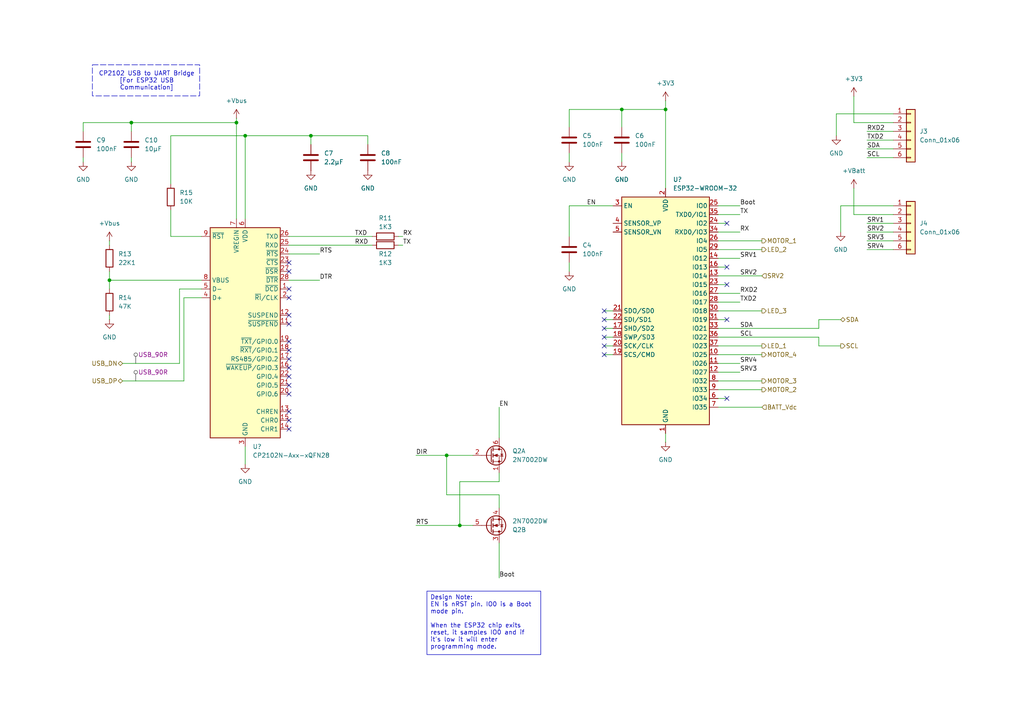
<source format=kicad_sch>
(kicad_sch (version 20250114) (generator "eeschema") (generator_version "9.0")
  (paper "A4")
  (lib_symbols
    (symbol "AI_CAPACITORS:C" (pin_numbers (hide yes)) (pin_names (offset 0.254))
      (property "Reference" "C" (at 0.635 2.54 0))
      (property "Value" "C" (at 0.635 -2.54 0))
      (symbol "C_0_1"
        (polyline (pts (xy -2.032 0.762) (xy 2.032 0.762)) (stroke (width 0.508)))
        (polyline (pts (xy -2.032 -0.762) (xy 2.032 -0.762)) (stroke (width 0.508)))
      )
      (symbol "C_1_1"
        (pin passive line (at 0 3.81 270) (length 2.794) (name "~") (number "1"))
        (pin passive line (at 0 -3.81 90) (length 2.794) (name "~") (number "2"))
      )
    )
    (symbol "AI_CONNECTORS:Conn_01x06" (pin_names (offset 1.016) (hide yes))
      (property "Reference" "J" (at 0 7.62 0))
      (property "Value" "Conn_01x06" (at 0 -10.16 0))
      (symbol "Conn_01x06_1_1"
        (rectangle (start -1.27 6.35) (end 1.27 -8.89) (stroke (width 0.254)) (fill (type background)))
        (rectangle (start -1.27 5.207) (end 0 4.953) (stroke (width 0.1524)))
        (rectangle (start -1.27 2.667) (end 0 2.413) (stroke (width 0.1524)))
        (rectangle (start -1.27 0.127) (end 0 -0.127) (stroke (width 0.1524)))
        (rectangle (start -1.27 -2.413) (end 0 -2.667) (stroke (width 0.1524)))
        (rectangle (start -1.27 -4.953) (end 0 -5.207) (stroke (width 0.1524)))
        (rectangle (start -1.27 -7.493) (end 0 -7.747) (stroke (width 0.1524)))
        (pin passive line (at -5.08 5.08 0) (length 3.81) (name "Pin_1") (number "1"))
        (pin passive line (at -5.08 2.54 0) (length 3.81) (name "Pin_2") (number "2"))
        (pin passive line (at -5.08 0 0) (length 3.81) (name "Pin_3") (number "3"))
        (pin passive line (at -5.08 -2.54 0) (length 3.81) (name "Pin_4") (number "4"))
        (pin passive line (at -5.08 -5.08 0) (length 3.81) (name "Pin_5") (number "5"))
        (pin passive line (at -5.08 -7.62 0) (length 3.81) (name "Pin_6") (number "6"))
      )
    )
    (symbol "AI_RESISTORS:R" (pin_numbers (hide yes)) (pin_names (offset 0))
      (property "Reference" "R" (at 2.032 0 90))
      (property "Value" "R" (at 0 0 90))
      (symbol "R_0_1"
        (rectangle (start -1.016 -2.54) (end 1.016 2.54) (stroke (width 0.254)))
      )
      (symbol "R_1_1"
        (pin passive line (at 0 3.81 270) (length 1.27) (name "~") (number "1"))
        (pin passive line (at 0 -3.81 90) (length 1.27) (name "~") (number "2"))
      )
    )
    (symbol "Device:R" (pin_numbers (hide yes)) (pin_names (offset 0))
      (property "Reference" "R" (at 2.032 0 90))
      (property "Value" "R" (at 0 0 90))
      (symbol "R_0_1"
        (rectangle (start -1.016 -2.54) (end 1.016 2.54) (stroke (width 0.254)))
      )
      (symbol "R_1_1"
        (pin passive line (at 0 3.81 270) (length 1.27) (name "~") (number "1"))
        (pin passive line (at 0 -3.81 90) (length 1.27) (name "~") (number "2"))
      )
    )
    (symbol "Interface_USB:CP2102N-Axx-xQFN28"
      (property "Reference" "U" (at -8.89 31.75 0))
      (property "Value" "CP2102N-Axx-xQFN28" (at 12.7 31.75 0))
      (symbol "CP2102N-Axx-xQFN28_0_1"
        (rectangle (start -10.16 30.48) (end 10.16 -30.48) (stroke (width 0.254)) (fill (type background)))
      )
      (symbol "CP2102N-Axx-xQFN28_1_1"
        (pin input line (at -12.7 27.94 0) (length 2.54) (name "~{RST}") (number "9"))
        (pin input line (at -12.7 15.24 0) (length 2.54) (name "VBUS") (number "8"))
        (pin bidirectional line (at -12.7 12.7 0) (length 2.54) (name "D-") (number "5"))
        (pin bidirectional line (at -12.7 10.16 0) (length 2.54) (name "D+") (number "4"))
        (pin no_connect line (at -10.16 -27.94 0) (length 2.54) (hide yes) (name "NC") (number "10"))
        (pin power_in line (at -2.54 33.02 270) (length 2.54) (name "VREGIN") (number "7"))
        (pin power_in line (at 0 33.02 270) (length 2.54) (name "VDD") (number "6"))
        (pin passive line (at 0 -33.02 90) (length 2.54) (hide yes) (name "GND") (number "29"))
        (pin power_in line (at 0 -33.02 90) (length 2.54) (name "GND") (number "3"))
        (pin output line (at 12.7 27.94 180) (length 2.54) (name "TXD") (number "26"))
        (pin input line (at 12.7 25.4 180) (length 2.54) (name "RXD") (number "25"))
        (pin output line (at 12.7 22.86 180) (length 2.54) (name "~{RTS}") (number "24"))
        (pin input line (at 12.7 20.32 180) (length 2.54) (name "~{CTS}") (number "23"))
        (pin input line (at 12.7 17.78 180) (length 2.54) (name "~{DSR}") (number "27"))
        (pin output line (at 12.7 15.24 180) (length 2.54) (name "~{DTR}") (number "28"))
        (pin input line (at 12.7 12.7 180) (length 2.54) (name "~{DCD}") (number "1"))
        (pin bidirectional line (at 12.7 10.16 180) (length 2.54) (name "~{RI}/CLK") (number "2"))
        (pin output line (at 12.7 5.08 180) (length 2.54) (name "SUSPEND") (number "12"))
        (pin output line (at 12.7 2.54 180) (length 2.54) (name "~{SUSPEND}") (number "11"))
        (pin bidirectional line (at 12.7 -2.54 180) (length 2.54) (name "~{TXT}/GPIO.0") (number "19"))
        (pin bidirectional line (at 12.7 -5.08 180) (length 2.54) (name "~{RXT}/GPIO.1") (number "18"))
        (pin bidirectional line (at 12.7 -7.62 180) (length 2.54) (name "RS485/GPIO.2") (number "17"))
        (pin bidirectional line (at 12.7 -10.16 180) (length 2.54) (name "~{WAKEUP}/GPIO.3") (number "16"))
        (pin bidirectional line (at 12.7 -12.7 180) (length 2.54) (name "GPIO.4") (number "22"))
        (pin bidirectional line (at 12.7 -15.24 180) (length 2.54) (name "GPIO.5") (number "21"))
        (pin bidirectional line (at 12.7 -17.78 180) (length 2.54) (name "GPIO.6") (number "20"))
        (pin output line (at 12.7 -22.86 180) (length 2.54) (name "CHREN") (number "13"))
        (pin output line (at 12.7 -25.4 180) (length 2.54) (name "CHR0") (number "15"))
        (pin output line (at 12.7 -27.94 180) (length 2.54) (name "CHR1") (number "14"))
      )
    )
    (symbol "RF_Module:ESP32-WROOM-32"
      (property "Reference" "U" (at -12.7 34.29 0))
      (property "Value" "ESP32-WROOM-32" (at 1.27 34.29 0))
      (symbol "ESP32-WROOM-32_0_1"
        (rectangle (start -12.7 33.02) (end 12.7 -33.02) (stroke (width 0.254)) (fill (type background)))
      )
      (symbol "ESP32-WROOM-32_1_1"
        (pin input line (at -15.24 30.48 0) (length 2.54) (name "EN") (number "3"))
        (pin input line (at -15.24 25.4 0) (length 2.54) (name "SENSOR_VP") (number "4"))
        (pin input line (at -15.24 22.86 0) (length 2.54) (name "SENSOR_VN") (number "5"))
        (pin bidirectional line (at -15.24 0 0) (length 2.54) (name "SDO/SD0") (number "21"))
        (pin bidirectional line (at -15.24 -2.54 0) (length 2.54) (name "SDI/SD1") (number "22"))
        (pin bidirectional line (at -15.24 -5.08 0) (length 2.54) (name "SHD/SD2") (number "17"))
        (pin bidirectional line (at -15.24 -7.62 0) (length 2.54) (name "SWP/SD3") (number "18"))
        (pin bidirectional line (at -15.24 -10.16 0) (length 2.54) (name "SCK/CLK") (number "20"))
        (pin bidirectional line (at -15.24 -12.7 0) (length 2.54) (name "SCS/CMD") (number "19"))
        (pin no_connect line (at -12.7 -27.94 0) (length 2.54) (hide yes) (name "NC") (number "32"))
        (pin power_in line (at 0 35.56 270) (length 2.54) (name "VDD") (number "2"))
        (pin power_in line (at 0 -35.56 90) (length 2.54) (name "GND") (number "1"))
        (pin passive line (at 0 -35.56 90) (length 2.54) (hide yes) (name "GND") (number "15"))
        (pin passive line (at 0 -35.56 90) (length 2.54) (hide yes) (name "GND") (number "38"))
        (pin passive line (at 0 -35.56 90) (length 2.54) (hide yes) (name "GND") (number "39"))
        (pin bidirectional line (at 15.24 30.48 180) (length 2.54) (name "IO0") (number "25"))
        (pin bidirectional line (at 15.24 27.94 180) (length 2.54) (name "TXD0/IO1") (number "35"))
        (pin bidirectional line (at 15.24 25.4 180) (length 2.54) (name "IO2") (number "24"))
        (pin bidirectional line (at 15.24 22.86 180) (length 2.54) (name "RXD0/IO3") (number "34"))
        (pin bidirectional line (at 15.24 20.32 180) (length 2.54) (name "IO4") (number "26"))
        (pin bidirectional line (at 15.24 17.78 180) (length 2.54) (name "IO5") (number "29"))
        (pin bidirectional line (at 15.24 15.24 180) (length 2.54) (name "IO12") (number "14"))
        (pin bidirectional line (at 15.24 12.7 180) (length 2.54) (name "IO13") (number "16"))
        (pin bidirectional line (at 15.24 10.16 180) (length 2.54) (name "IO14") (number "13"))
        (pin bidirectional line (at 15.24 7.62 180) (length 2.54) (name "IO15") (number "23"))
        (pin bidirectional line (at 15.24 5.08 180) (length 2.54) (name "IO16") (number "27"))
        (pin bidirectional line (at 15.24 2.54 180) (length 2.54) (name "IO17") (number "28"))
        (pin bidirectional line (at 15.24 0 180) (length 2.54) (name "IO18") (number "30"))
        (pin bidirectional line (at 15.24 -2.54 180) (length 2.54) (name "IO19") (number "31"))
        (pin bidirectional line (at 15.24 -5.08 180) (length 2.54) (name "IO21") (number "33"))
        (pin bidirectional line (at 15.24 -7.62 180) (length 2.54) (name "IO22") (number "36"))
        (pin bidirectional line (at 15.24 -10.16 180) (length 2.54) (name "IO23") (number "37"))
        (pin bidirectional line (at 15.24 -12.7 180) (length 2.54) (name "IO25") (number "10"))
        (pin bidirectional line (at 15.24 -15.24 180) (length 2.54) (name "IO26") (number "11"))
        (pin bidirectional line (at 15.24 -17.78 180) (length 2.54) (name "IO27") (number "12"))
        (pin bidirectional line (at 15.24 -20.32 180) (length 2.54) (name "IO32") (number "8"))
        (pin bidirectional line (at 15.24 -22.86 180) (length 2.54) (name "IO33") (number "9"))
        (pin input line (at 15.24 -25.4 180) (length 2.54) (name "IO34") (number "6"))
        (pin input line (at 15.24 -27.94 180) (length 2.54) (name "IO35") (number "7"))
      )
    )
    (symbol "Transistor_FET:Q_Dual_NMOS_S1G1D2S2G2D1" (pin_names (offset 0) (hide yes))
      (property "Reference" "Q" (at 5.08 1.905 0))
      (property "Value" "Q_Dual_NMOS_S1G1D2S2G2D1" (at 5.08 0 0))
      (symbol "Q_Dual_NMOS_S1G1D2S2G2D1_0_1"
        (polyline (pts (xy 0.254 1.905) (xy 0.254 -1.905)) (stroke (width 0.254)))
        (polyline (pts (xy 0.254 0) (xy -2.54 0)))
        (polyline (pts (xy 0.762 2.286) (xy 0.762 1.27)) (stroke (width 0.254)))
        (polyline (pts (xy 0.762 0.508) (xy 0.762 -0.508)) (stroke (width 0.254)))
        (polyline (pts (xy 0.762 -1.27) (xy 0.762 -2.286)) (stroke (width 0.254)))
        (polyline (pts (xy 0.762 -1.778) (xy 3.302 -1.778) (xy 3.302 1.778) (xy 0.762 1.778)))
        (polyline (pts (xy 1.016 0) (xy 2.032 0.381) (xy 2.032 -0.381) (xy 1.016 0)) (fill (type outline)))
        (circle (center 1.651 0) (radius 2.794) (stroke (width 0.254)))
        (polyline (pts (xy 2.54 2.54) (xy 2.54 1.778)))
        (circle (center 2.54 1.778) (radius 0.254) (fill (type outline)))
        (circle (center 2.54 -1.778) (radius 0.254) (fill (type outline)))
        (polyline (pts (xy 2.54 -2.54) (xy 2.54 0) (xy 0.762 0)))
        (polyline (pts (xy 2.921 0.381) (xy 3.683 0.381)))
        (polyline (pts (xy 3.302 0.381) (xy 2.921 -0.254) (xy 3.683 -0.254) (xy 3.302 0.381)))
      )
      (symbol "Q_Dual_NMOS_S1G1D2S2G2D1_1_1"
        (pin input line (at -5.08 0 0) (length 2.54) (name "G") (number "2"))
        (pin passive line (at 2.54 5.08 270) (length 2.54) (name "D") (number "6"))
        (pin passive line (at 2.54 -5.08 90) (length 2.54) (name "S") (number "1"))
      )
      (symbol "Q_Dual_NMOS_S1G1D2S2G2D1_2_1"
        (pin input line (at -5.08 0 0) (length 2.54) (name "G") (number "5"))
        (pin passive line (at 2.54 5.08 270) (length 2.54) (name "D") (number "3"))
        (pin passive line (at 2.54 -5.08 90) (length 2.54) (name "S") (number "4"))
      )
    )
    (symbol "power:+3V3" (power) (pin_numbers (hide yes)) (pin_names (offset 0) (hide yes))
      (property "Value" "+3V3" (at 0 3.556 0))
      (symbol "+3V3_0_1"
        (polyline (pts (xy -0.762 1.27) (xy 0 2.54)))
        (polyline (pts (xy 0 2.54) (xy 0.762 1.27)))
        (polyline (pts (xy 0 0) (xy 0 2.54)))
      )
      (symbol "+3V3_1_1"
        (pin power_in line (at 0 0 90) (length 0) (name "~") (number "1"))
      )
    )
    (symbol "power:+BATT" (power) (pin_numbers (hide yes)) (pin_names (offset 0) (hide yes))
      (property "Value" "+BATT" (at 0 3.556 0))
      (symbol "+BATT_0_1"
        (polyline (pts (xy -0.762 1.27) (xy 0 2.54)))
        (polyline (pts (xy 0 2.54) (xy 0.762 1.27)))
        (polyline (pts (xy 0 0) (xy 0 2.54)))
      )
      (symbol "+BATT_1_1"
        (pin power_in line (at 0 0 90) (length 0) (name "~") (number "1"))
      )
    )
    (symbol "power:GND" (power) (pin_numbers (hide yes)) (pin_names (offset 0) (hide yes))
      (property "Value" "GND" (at 0 -3.81 0))
      (symbol "GND_0_1"
        (polyline (pts (xy 0 0) (xy 0 -1.27) (xy 1.27 -1.27) (xy 0 -2.54) (xy -1.27 -1.27) (xy 0 -1.27)))
      )
      (symbol "GND_1_1"
        (pin power_in line (at 0 0 270) (length 0) (name "~") (number "1"))
      )
    )
    (symbol "power:VBUS" (power) (pin_numbers (hide yes)) (pin_names (offset 0) (hide yes))
      (property "Value" "VBUS" (at 0 3.556 0))
      (symbol "VBUS_0_1"
        (polyline (pts (xy -0.762 1.27) (xy 0 2.54)))
        (polyline (pts (xy 0 2.54) (xy 0.762 1.27)))
        (polyline (pts (xy 0 0) (xy 0 2.54)))
      )
      (symbol "VBUS_1_1"
        (pin power_in line (at 0 0 90) (length 0) (name "~") (number "1"))
      )
    )
  )
  (rectangle (start 26.797 18.796) (end 57.912 27.813) (stroke (width 0) (type dash)))
  (text "CP2102 USB to UART Bridge\n[For ESP32 USB\nCommunication]" (at 42.545 23.495 0) (effects (font (size 1.27 1.27))))
  (text_box "Design Note:\nEN is nRST pin. IO0 is a Boot mode pin.\n\nWhen the ESP32 chip exits reset, it samples IO0 and if it's low it will enter programming mode." (at 123.825 171.45 0) (size 33.02 18.415) (margins 0.9525 0.9525 0.9525 0.9525) (effects (font (size 1.27 1.27)) (justify left top)))
  (junction (at 129.54 132.08))
  (junction (at 31.75 81.28))
  (junction (at 71.12 39.37))
  (junction (at 180.34 31.75))
  (junction (at 68.58 35.56))
  (junction (at 38.1 35.56))
  (junction (at 90.17 39.37))
  (junction (at 193.04 31.75))
  (junction (at 133.35 152.4))
  (no_connect (at 83.82 109.22))
  (no_connect (at 83.82 124.46))
  (no_connect (at 83.82 83.82))
  (no_connect (at 83.82 99.06))
  (no_connect (at 175.26 95.25))
  (no_connect (at 83.82 93.98))
  (no_connect (at 175.26 90.17))
  (no_connect (at 210.82 82.55))
  (no_connect (at 210.82 77.47))
  (no_connect (at 83.82 76.2))
  (no_connect (at 83.82 91.44))
  (no_connect (at 83.82 78.74))
  (no_connect (at 175.26 92.71))
  (no_connect (at 210.82 92.71))
  (no_connect (at 83.82 106.68))
  (no_connect (at 210.82 64.77))
  (no_connect (at 210.82 115.57))
  (no_connect (at 83.82 101.6))
  (no_connect (at 175.26 100.33))
  (no_connect (at 83.82 111.76))
  (no_connect (at 83.82 121.92))
  (no_connect (at 83.82 114.3))
  (no_connect (at 83.82 119.38))
  (no_connect (at 175.26 102.87))
  (no_connect (at 83.82 104.14))
  (no_connect (at 175.26 97.79))
  (no_connect (at 83.82 86.36))
  (wire (pts (xy 53.34 86.36) (xy 58.42 86.36)))
  (wire (pts (xy 120.65 132.08) (xy 129.54 132.08)))
  (wire (pts (xy 208.28 67.31) (xy 214.63 67.31)))
  (wire (pts (xy 208.28 77.47) (xy 210.82 77.47)))
  (wire (pts (xy 144.78 143.51) (xy 144.78 147.32)))
  (wire (pts (xy 175.26 92.71) (xy 177.8 92.71)))
  (wire (pts (xy 115.57 71.12) (xy 116.84 71.12)))
  (wire (pts (xy 175.26 102.87) (xy 177.8 102.87)))
  (wire (pts (xy 208.28 110.49) (xy 220.98 110.49)))
  (wire (pts (xy 38.1 35.56) (xy 38.1 38.1)))
  (wire (pts (xy 90.17 39.37) (xy 90.17 41.91)))
  (wire (pts (xy 208.28 59.69) (xy 214.63 59.69)))
  (wire (pts (xy 251.46 64.77) (xy 259.08 64.77)))
  (wire (pts (xy 243.84 59.69) (xy 259.08 59.69)))
  (wire (pts (xy 35.56 105.41) (xy 52.07 105.41)))
  (wire (pts (xy 193.04 29.21) (xy 193.04 31.75)))
  (wire (pts (xy 115.57 68.58) (xy 116.84 68.58)))
  (wire (pts (xy 24.13 46.99) (xy 24.13 45.72)))
  (wire (pts (xy 247.65 27.94) (xy 247.65 35.56)))
  (wire (pts (xy 251.46 40.64) (xy 259.08 40.64)))
  (wire (pts (xy 24.13 35.56) (xy 24.13 38.1)))
  (wire (pts (xy 208.28 64.77) (xy 210.82 64.77)))
  (wire (pts (xy 144.78 137.16) (xy 144.78 139.7)))
  (wire (pts (xy 129.54 132.08) (xy 129.54 143.51)))
  (wire (pts (xy 38.1 35.56) (xy 68.58 35.56)))
  (wire (pts (xy 193.04 31.75) (xy 193.04 54.61)))
  (wire (pts (xy 208.28 72.39) (xy 220.98 72.39)))
  (wire (pts (xy 208.28 92.71) (xy 210.82 92.71)))
  (wire (pts (xy 242.57 33.02) (xy 242.57 39.37)))
  (wire (pts (xy 251.46 38.1) (xy 259.08 38.1)))
  (wire (pts (xy 133.35 152.4) (xy 137.16 152.4)))
  (wire (pts (xy 31.75 81.28) (xy 58.42 81.28)))
  (wire (pts (xy 129.54 143.51) (xy 144.78 143.51)))
  (wire (pts (xy 71.12 39.37) (xy 90.17 39.37)))
  (wire (pts (xy 208.28 105.41) (xy 214.63 105.41)))
  (wire (pts (xy 243.84 59.69) (xy 243.84 67.31)))
  (wire (pts (xy 165.1 31.75) (xy 165.1 36.83)))
  (wire (pts (xy 31.75 91.44) (xy 31.75 92.71)))
  (wire (pts (xy 208.28 69.85) (xy 220.98 69.85)))
  (wire (pts (xy 165.1 31.75) (xy 180.34 31.75)))
  (wire (pts (xy 24.13 35.56) (xy 38.1 35.56)))
  (wire (pts (xy 251.46 69.85) (xy 259.08 69.85)))
  (wire (pts (xy 83.82 81.28) (xy 92.71 81.28)))
  (wire (pts (xy 71.12 129.54) (xy 71.12 134.62)))
  (wire (pts (xy 208.28 62.23) (xy 214.63 62.23)))
  (wire (pts (xy 208.28 82.55) (xy 210.82 82.55)))
  (wire (pts (xy 53.34 110.49) (xy 53.34 86.36)))
  (wire (pts (xy 251.46 43.18) (xy 259.08 43.18)))
  (wire (pts (xy 251.46 67.31) (xy 259.08 67.31)))
  (wire (pts (xy 31.75 69.85) (xy 31.75 71.12)))
  (wire (pts (xy 237.49 92.71) (xy 243.84 92.71)))
  (wire (pts (xy 49.53 39.37) (xy 49.53 53.34)))
  (wire (pts (xy 175.26 90.17) (xy 177.8 90.17)))
  (wire (pts (xy 120.65 152.4) (xy 133.35 152.4)))
  (wire (pts (xy 242.57 33.02) (xy 259.08 33.02)))
  (wire (pts (xy 247.65 62.23) (xy 259.08 62.23)))
  (wire (pts (xy 208.28 90.17) (xy 220.98 90.17)))
  (wire (pts (xy 35.56 110.49) (xy 53.34 110.49)))
  (wire (pts (xy 208.28 100.33) (xy 220.98 100.33)))
  (wire (pts (xy 247.65 54.61) (xy 247.65 62.23)))
  (wire (pts (xy 251.46 72.39) (xy 259.08 72.39)))
  (wire (pts (xy 83.82 71.12) (xy 107.95 71.12)))
  (wire (pts (xy 106.68 39.37) (xy 106.68 41.91)))
  (wire (pts (xy 165.1 76.2) (xy 165.1 78.74)))
  (wire (pts (xy 38.1 46.99) (xy 38.1 45.72)))
  (wire (pts (xy 208.28 95.25) (xy 237.49 95.25)))
  (wire (pts (xy 144.78 157.48) (xy 144.78 167.64)))
  (wire (pts (xy 208.28 115.57) (xy 210.82 115.57)))
  (wire (pts (xy 251.46 45.72) (xy 259.08 45.72)))
  (wire (pts (xy 133.35 139.7) (xy 133.35 152.4)))
  (wire (pts (xy 208.28 102.87) (xy 220.98 102.87)))
  (wire (pts (xy 165.1 44.45) (xy 165.1 46.99)))
  (wire (pts (xy 175.26 100.33) (xy 177.8 100.33)))
  (wire (pts (xy 68.58 35.56) (xy 68.58 63.5)))
  (wire (pts (xy 144.78 118.11) (xy 144.78 127)))
  (wire (pts (xy 31.75 83.82) (xy 31.75 81.28)))
  (wire (pts (xy 208.28 74.93) (xy 214.63 74.93)))
  (wire (pts (xy 133.35 139.7) (xy 144.78 139.7)))
  (wire (pts (xy 90.17 39.37) (xy 106.68 39.37)))
  (wire (pts (xy 68.58 34.29) (xy 68.58 35.56)))
  (wire (pts (xy 237.49 100.33) (xy 243.84 100.33)))
  (wire (pts (xy 193.04 125.73) (xy 193.04 128.27)))
  (wire (pts (xy 208.28 85.09) (xy 214.63 85.09)))
  (wire (pts (xy 83.82 73.66) (xy 92.71 73.66)))
  (wire (pts (xy 129.54 132.08) (xy 137.16 132.08)))
  (wire (pts (xy 175.26 95.25) (xy 177.8 95.25)))
  (wire (pts (xy 83.82 68.58) (xy 107.95 68.58)))
  (wire (pts (xy 49.53 68.58) (xy 58.42 68.58)))
  (wire (pts (xy 31.75 78.74) (xy 31.75 81.28)))
  (wire (pts (xy 247.65 35.56) (xy 259.08 35.56)))
  (wire (pts (xy 165.1 59.69) (xy 177.8 59.69)))
  (wire (pts (xy 208.28 87.63) (xy 214.63 87.63)))
  (wire (pts (xy 208.28 80.01) (xy 220.98 80.01)))
  (wire (pts (xy 208.28 113.03) (xy 220.98 113.03)))
  (wire (pts (xy 180.34 31.75) (xy 180.34 36.83)))
  (wire (pts (xy 52.07 105.41) (xy 52.07 83.82)))
  (wire (pts (xy 208.28 118.11) (xy 220.98 118.11)))
  (wire (pts (xy 49.53 60.96) (xy 49.53 68.58)))
  (wire (pts (xy 180.34 44.45) (xy 180.34 46.99)))
  (wire (pts (xy 208.28 107.95) (xy 214.63 107.95)))
  (wire (pts (xy 208.28 97.79) (xy 237.49 97.79)))
  (wire (pts (xy 180.34 31.75) (xy 193.04 31.75)))
  (wire (pts (xy 49.53 39.37) (xy 71.12 39.37)))
  (wire (pts (xy 237.49 92.71) (xy 237.49 95.25)))
  (wire (pts (xy 175.26 97.79) (xy 177.8 97.79)))
  (wire (pts (xy 52.07 83.82) (xy 58.42 83.82)))
  (wire (pts (xy 165.1 59.69) (xy 165.1 68.58)))
  (wire (pts (xy 71.12 39.37) (xy 71.12 63.5)))
  (wire (pts (xy 237.49 97.79) (xy 237.49 100.33)))
  (label "SRV1" (at 251.46 64.77 0))
  (label "EN" (at 144.78 118.11 0))
  (label "TX" (at 214.63 62.23 0))
  (label "SRV4" (at 214.63 105.41 0))
  (label "RXD2" (at 251.46 38.1 0))
  (label "RXD" (at 102.87 71.12 0))
  (label "SCL" (at 251.46 45.72 0))
  (label "SRV3" (at 214.63 107.95 0))
  (label "RX" (at 116.84 68.58 0))
  (label "RTS" (at 92.71 73.66 0))
  (label "SRV2" (at 214.63 80.01 0))
  (label "SRV4" (at 251.46 72.39 0))
  (label "DTR" (at 92.71 81.28 0))
  (label "Boot" (at 214.63 59.69 0))
  (label "RTS" (at 120.65 152.4 0))
  (label "EN" (at 170.18 59.69 0))
  (label "SDA" (at 251.46 43.18 0))
  (label "SRV2" (at 251.46 67.31 0))
  (label "Boot" (at 144.78 167.64 0))
  (label "TX" (at 116.84 71.12 0))
  (label "DIR" (at 120.65 132.08 0))
  (label "SCL" (at 214.63 97.79 0))
  (label "TXD" (at 102.87 68.58 0))
  (label "RXD2" (at 214.63 85.09 0))
  (label "SDA" (at 214.63 95.25 0))
  (label "SRV3" (at 251.46 69.85 0))
  (label "TXD2" (at 251.46 40.64 0))
  (label "SRV1" (at 214.63 74.93 0))
  (label "TXD2" (at 214.63 87.63 0))
  (label "RX" (at 214.63 67.31 0))
  (hierarchical_label "SRV2" (shape input) (at 220.98 80.01 0))
  (hierarchical_label "LED_1" (shape output) (at 220.98 100.33 0))
  (hierarchical_label "MOTOR_1" (shape output) (at 220.98 69.85 0))
  (hierarchical_label "LED_3" (shape output) (at 220.98 90.17 0))
  (hierarchical_label "BATT_Vdc" (shape input) (at 220.98 118.11 0))
  (hierarchical_label "MOTOR_2" (shape output) (at 220.98 113.03 0))
  (hierarchical_label "SDA" (shape bidirectional) (at 243.84 92.71 0))
  (hierarchical_label "USB_DP" (shape bidirectional) (at 35.56 110.49 180))
  (hierarchical_label "MOTOR_3" (shape output) (at 220.98 110.49 0))
  (hierarchical_label "LED_2" (shape output) (at 220.98 72.39 0))
  (hierarchical_label "SCL" (shape output) (at 243.84 100.33 0))
  (hierarchical_label "USB_DN" (shape bidirectional) (at 35.56 105.41 180))
  (hierarchical_label "MOTOR_4" (shape output) (at 220.98 102.87 0))
  (netclass_flag "" (length 2.54) (shape round) (at 39.37 105.41 0) (property "Netclass" "USB_90R" (at 40.0685 102.87 0) (effects (justify left))))
  (netclass_flag "" (length 2.54) (shape round) (at 39.37 110.49 0) (property "Netclass" "USB_90R" (at 40.0685 107.95 0) (effects (justify left))))
  (symbol (lib_id "power:GND") (at 24.13 46.99 0) (unit 1)
    (property "Reference" "#PWR042" (effects (hide yes)))
    (property "Value" "GND" (at 24.13 52.07 0))
    (property "Description" "Power symbol creates a global label with name \"GND\" , ground" (effects (hide yes)))
  )
  (symbol (lib_id "power:VBUS") (at 31.75 69.85 0) (unit 1)
    (property "Reference" "#PWR038" (effects (hide yes)))
    (property "Value" "+Vbus" (at 31.75 64.77 0))
    (property "Description" "Power symbol creates a global label with name \"VBUS\"" (effects (hide yes)))
  )
  (symbol (lib_id "Transistor_FET:Q_Dual_NMOS_S1G1D2S2G2D1") (at 142.24 152.4 0) (mirror x) (unit 2)
    (property "Reference" "Q2" (at 148.59 153.6701 0) (effects (justify left)))
    (property "Value" "2N7002DW" (at 148.59 151.1301 0) (effects (justify left)))
    (property "Description" "Dual NMOS transistor, 6 pin package" (effects (hide yes)))
  )
  (symbol (lib_id "power:+3V3") (at 193.04 29.21 0) (unit 1)
    (property "Reference" "#PWR029" (effects (hide yes)))
    (property "Value" "+3V3" (at 193.04 24.13 0))
    (property "Description" "Power symbol creates a global label with name \"+3V3\"" (effects (hide yes)))
  )
  (symbol (lib_id "power:GND") (at 165.1 78.74 0) (unit 1)
    (property "Reference" "#PWR02" (effects (hide yes)))
    (property "Value" "GND" (at 165.1 83.82 0))
    (property "Description" "Power symbol creates a global label with name \"GND\" , ground" (effects (hide yes)))
  )
  (symbol (lib_id "AI_CAPACITORS:C") (at 180.34 40.64 0) (unit 1)
    (property "Reference" "C6" (at 184.15 39.3699 0) (effects (justify left)))
    (property "Value" "100nF" (at 184.15 41.9099 0) (effects (justify left)))
    (property "Footprint" "Capacitor_SMD:C_0603_1608Metric" (effects (hide yes)))
    (property "Description" "Unpolarized capacitor" (effects (hide yes)))
  )
  (symbol (lib_id "Interface_USB:CP2102N-Axx-xQFN28") (at 71.12 96.52 0) (unit 1)
    (property "Reference" "U?" (at 73.2633 129.54 0) (effects (justify left)))
    (property "Value" "CP2102N-Axx-xQFN28" (at 73.2633 132.08 0) (effects (justify left)))
    (property "Footprint" "Package_DFN_QFN:QFN-28-1EP_5x5mm_P0.5mm_EP3.35x3.35mm" (effects (hide yes)))
    (property "Datasheet" "https://www.silabs.com/documents/public/data-sheets/cp2102n-datasheet.pdf" (effects (hide yes)))
    (property "Description" "USB to UART master bridge, QFN-28" (effects (hide yes)))
  )
  (symbol (lib_id "AI_RESISTORS:R") (at 49.53 57.15 0) (unit 1)
    (property "Reference" "R15" (at 52.07 55.8799 0) (effects (justify left)))
    (property "Value" "10K" (at 52.07 58.4199 0) (effects (justify left)))
    (property "Footprint" "Resistor_SMD:R_0603_1608Metric" (effects (hide yes)))
    (property "Description" "Resistor" (effects (hide yes)))
  )
  (symbol (lib_id "power:GND") (at 193.04 128.27 0) (unit 1)
    (property "Reference" "#PWR01" (effects (hide yes)))
    (property "Value" "GND" (at 193.04 133.35 0))
    (property "Description" "Power symbol creates a global label with name \"GND\" , ground" (effects (hide yes)))
  )
  (symbol (lib_id "AI_CONNECTORS:Conn_01x06") (at 264.16 38.1 0) (unit 1)
    (property "Reference" "J3" (at 266.7 38.0999 0) (effects (justify left)))
    (property "Value" "Conn_01x06" (at 266.7 40.6399 0) (effects (justify left)))
    (property "Footprint" "Connector_PinHeader_2.54mm:PinHeader_1x06_P2.54mm_Vertical" (effects (hide yes)))
    (property "Description" "Generic connector, single row, 01x06, script generated (kicad-library-utils/schlib/autogen/connector/)" (effects (hide yes)))
  )
  (symbol (lib_id "power:+BATT") (at 247.65 54.61 0) (unit 1)
    (property "Reference" "#PWR035" (effects (hide yes)))
    (property "Value" "+VBatt" (at 247.65 49.53 0))
    (property "Description" "Power symbol creates a global label with name \"+BATT\"" (effects (hide yes)))
  )
  (symbol (lib_id "AI_CAPACITORS:C") (at 38.1 41.91 0) (unit 1)
    (property "Reference" "C10" (at 41.91 40.6399 0) (effects (justify left)))
    (property "Value" "10μF" (at 41.91 43.1799 0) (effects (justify left)))
    (property "Footprint" "Capacitor_SMD:C_0603_1608Metric" (effects (hide yes)))
    (property "Description" "Unpolarized capacitor" (effects (hide yes)))
  )
  (symbol (lib_id "power:GND") (at 180.34 46.99 0) (unit 1)
    (property "Reference" "#PWR031" (effects (hide yes)))
    (property "Value" "GND" (at 180.34 52.07 0))
    (property "Description" "Power symbol creates a global label with name \"GND\" , ground" (effects (hide yes)))
  )
  (symbol (lib_id "power:GND") (at 31.75 92.71 0) (unit 1)
    (property "Reference" "#PWR037" (effects (hide yes)))
    (property "Value" "GND" (at 31.75 97.79 0))
    (property "Description" "Power symbol creates a global label with name \"GND\" , ground" (effects (hide yes)))
  )
  (symbol (lib_id "power:GND") (at 242.57 39.37 0) (unit 1)
    (property "Reference" "#PWR032" (effects (hide yes)))
    (property "Value" "GND" (at 242.57 44.45 0))
    (property "Description" "Power symbol creates a global label with name \"GND\" , ground" (effects (hide yes)))
  )
  (symbol (lib_id "Device:R") (at 111.76 71.12 90) (unit 1)
    (property "Reference" "R12" (at 111.76 73.66 90))
    (property "Value" "1K3" (at 111.76 76.2 90))
    (property "Description" "Resistor" (effects (hide yes)))
  )
  (symbol (lib_id "power:+3V3") (at 247.65 27.94 0) (unit 1)
    (property "Reference" "#PWR033" (effects (hide yes)))
    (property "Value" "+3V3" (at 247.65 22.86 0))
    (property "Description" "Power symbol creates a global label with name \"+3V3\"" (effects (hide yes)))
  )
  (symbol (lib_id "Device:R") (at 111.76 68.58 90) (unit 1)
    (property "Reference" "R11" (at 111.76 63.246 90))
    (property "Value" "1K3" (at 111.76 65.786 90))
    (property "Description" "Resistor" (effects (hide yes)))
  )
  (symbol (lib_id "power:GND") (at 106.68 49.53 0) (unit 1)
    (property "Reference" "#PWR039" (effects (hide yes)))
    (property "Value" "GND" (at 106.68 54.61 0))
    (property "Description" "Power symbol creates a global label with name \"GND\" , ground" (effects (hide yes)))
  )
  (symbol (lib_id "AI_CAPACITORS:C") (at 106.68 45.72 0) (unit 1)
    (property "Reference" "C8" (at 110.49 44.4499 0) (effects (justify left)))
    (property "Value" "100nF" (at 110.49 46.9899 0) (effects (justify left)))
    (property "Footprint" "Capacitor_SMD:C_0603_1608Metric" (effects (hide yes)))
    (property "Description" "Unpolarized capacitor" (effects (hide yes)))
  )
  (symbol (lib_id "AI_RESISTORS:R") (at 31.75 87.63 0) (unit 1)
    (property "Reference" "R14" (at 34.29 86.3599 0) (effects (justify left)))
    (property "Value" "47K" (at 34.29 88.8999 0) (effects (justify left)))
    (property "Footprint" "Resistor_SMD:R_0603_1608Metric" (effects (hide yes)))
    (property "Description" "Resistor" (effects (hide yes)))
  )
  (symbol (lib_id "AI_CAPACITORS:C") (at 24.13 41.91 0) (unit 1)
    (property "Reference" "C9" (at 27.94 40.6399 0) (effects (justify left)))
    (property "Value" "100nF" (at 27.94 43.1799 0) (effects (justify left)))
    (property "Footprint" "Capacitor_SMD:C_0603_1608Metric" (effects (hide yes)))
    (property "Description" "Unpolarized capacitor" (effects (hide yes)))
  )
  (symbol (lib_id "AI_CAPACITORS:C") (at 90.17 45.72 0) (unit 1)
    (property "Reference" "C7" (at 93.98 44.4499 0) (effects (justify left)))
    (property "Value" "2.2μF" (at 93.98 46.9899 0) (effects (justify left)))
    (property "Footprint" "Capacitor_SMD:C_0603_1608Metric" (effects (hide yes)))
    (property "Description" "Unpolarized capacitor" (effects (hide yes)))
  )
  (symbol (lib_id "power:GND") (at 243.84 67.31 0) (unit 1)
    (property "Reference" "#PWR034" (effects (hide yes)))
    (property "Value" "GND" (at 243.84 72.39 0))
    (property "Description" "Power symbol creates a global label with name \"GND\" , ground" (effects (hide yes)))
  )
  (symbol (lib_id "power:VBUS") (at 68.58 34.29 0) (unit 1)
    (property "Reference" "#PWR041" (effects (hide yes)))
    (property "Value" "+Vbus" (at 68.58 29.21 0))
    (property "Description" "Power symbol creates a global label with name \"VBUS\"" (effects (hide yes)))
  )
  (symbol (lib_id "AI_CAPACITORS:C") (at 165.1 72.39 0) (unit 1)
    (property "Reference" "C4" (at 168.91 71.1199 0) (effects (justify left)))
    (property "Value" "100nF" (at 168.91 73.6599 0) (effects (justify left)))
    (property "Footprint" "Capacitor_SMD:C_0603_1608Metric" (effects (hide yes)))
    (property "Description" "Unpolarized capacitor" (effects (hide yes)))
  )
  (symbol (lib_id "AI_CAPACITORS:C") (at 165.1 40.64 0) (unit 1)
    (property "Reference" "C5" (at 168.91 39.3699 0) (effects (justify left)))
    (property "Value" "100nF" (at 168.91 41.9099 0) (effects (justify left)))
    (property "Footprint" "Capacitor_SMD:C_0603_1608Metric" (effects (hide yes)))
    (property "Description" "Unpolarized capacitor" (effects (hide yes)))
  )
  (symbol (lib_id "power:GND") (at 38.1 46.99 0) (unit 1)
    (property "Reference" "#PWR043" (effects (hide yes)))
    (property "Value" "GND" (at 38.1 52.07 0))
    (property "Description" "Power symbol creates a global label with name \"GND\" , ground" (effects (hide yes)))
  )
  (symbol (lib_id "RF_Module:ESP32-WROOM-32") (at 193.04 90.17 0) (unit 1)
    (property "Reference" "U?" (at 195.1833 52.07 0) (effects (justify left)))
    (property "Value" "ESP32-WROOM-32" (at 195.1833 54.61 0) (effects (justify left)))
    (property "Footprint" "RF_Module:ESP32-WROOM-32" (effects (hide yes)))
    (property "Datasheet" "https://www.espressif.com/sites/default/files/documentation/esp32-wroom-32_datasheet_en.pdf" (effects (hide yes)))
    (property "Description" "RF Module, ESP32-D0WDQ6 SoC, Wi-Fi 802.11b/g/n, Bluetooth, BLE, 32-bit, 2.7-3.6V, onboard antenna, SMD" (effects (hide yes)))
  )
  (symbol (lib_id "power:GND") (at 90.17 49.53 0) (unit 1)
    (property "Reference" "#PWR040" (effects (hide yes)))
    (property "Value" "GND" (at 90.17 54.61 0))
    (property "Description" "Power symbol creates a global label with name \"GND\" , ground" (effects (hide yes)))
  )
  (symbol (lib_id "Transistor_FET:Q_Dual_NMOS_S1G1D2S2G2D1") (at 142.24 132.08 0) (unit 1)
    (property "Reference" "Q2" (at 148.59 130.8099 0) (effects (justify left)))
    (property "Value" "2N7002DW" (at 148.59 133.3499 0) (effects (justify left)))
    (property "Description" "Dual NMOS transistor, 6 pin package" (effects (hide yes)))
  )
  (symbol (lib_id "AI_RESISTORS:R") (at 31.75 74.93 0) (unit 1)
    (property "Reference" "R13" (at 34.29 73.6599 0) (effects (justify left)))
    (property "Value" "22K1" (at 34.29 76.1999 0) (effects (justify left)))
    (property "Footprint" "Resistor_SMD:R_0603_1608Metric" (effects (hide yes)))
    (property "Description" "Resistor" (effects (hide yes)))
  )
  (symbol (lib_id "power:GND") (at 165.1 46.99 0) (unit 1)
    (property "Reference" "#PWR030" (effects (hide yes)))
    (property "Value" "GND" (at 165.1 52.07 0))
    (property "Description" "Power symbol creates a global label with name \"GND\" , ground" (effects (hide yes)))
  )
  (symbol (lib_id "power:GND") (at 71.12 134.62 0) (unit 1)
    (property "Reference" "#PWR036" (effects (hide yes)))
    (property "Value" "GND" (at 71.12 139.7 0))
    (property "Description" "Power symbol creates a global label with name \"GND\" , ground" (effects (hide yes)))
  )
  (symbol (lib_id "AI_CONNECTORS:Conn_01x06") (at 264.16 64.77 0) (unit 1)
    (property "Reference" "J4" (at 266.7 64.7699 0) (effects (justify left)))
    (property "Value" "Conn_01x06" (at 266.7 67.3099 0) (effects (justify left)))
    (property "Footprint" "Connector_PinHeader_2.54mm:PinHeader_1x06_P2.54mm_Vertical" (effects (hide yes)))
    (property "Description" "Generic connector, single row, 01x06, script generated (kicad-library-utils/schlib/autogen/connector/)" (effects (hide yes)))
  )
)
</source>
